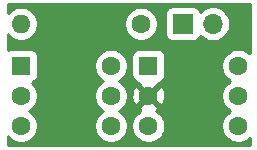
<source format=gbr>
%TF.GenerationSoftware,KiCad,Pcbnew,(5.1.6)-1*%
%TF.CreationDate,2021-08-30T08:33:36-07:00*%
%TF.ProjectId,4N25 Adapter,344e3235-2041-4646-9170-7465722e6b69,rev?*%
%TF.SameCoordinates,Original*%
%TF.FileFunction,Copper,L2,Bot*%
%TF.FilePolarity,Positive*%
%FSLAX46Y46*%
G04 Gerber Fmt 4.6, Leading zero omitted, Abs format (unit mm)*
G04 Created by KiCad (PCBNEW (5.1.6)-1) date 2021-08-30 08:33:36*
%MOMM*%
%LPD*%
G01*
G04 APERTURE LIST*
%TA.AperFunction,ComponentPad*%
%ADD10C,1.600000*%
%TD*%
%TA.AperFunction,ComponentPad*%
%ADD11R,1.600000X1.600000*%
%TD*%
%TA.AperFunction,ComponentPad*%
%ADD12O,1.600000X1.600000*%
%TD*%
%TA.AperFunction,ComponentPad*%
%ADD13O,1.700000X1.700000*%
%TD*%
%TA.AperFunction,ComponentPad*%
%ADD14R,1.700000X1.700000*%
%TD*%
%TA.AperFunction,ViaPad*%
%ADD15C,0.800000*%
%TD*%
%TA.AperFunction,Conductor*%
%ADD16C,0.254000*%
%TD*%
G04 APERTURE END LIST*
D10*
%TO.P,U1,6*%
%TO.N,Net-(U1-Pad6)*%
X113030000Y-90170000D03*
%TO.P,U1,5*%
%TO.N,Net-(J1-Pad5)*%
X113030000Y-92710000D03*
%TO.P,U1,4*%
%TO.N,Net-(J1-Pad4)*%
X113030000Y-95250000D03*
%TO.P,U1,3*%
%TO.N,Net-(U1-Pad3)*%
X105410000Y-95250000D03*
%TO.P,U1,2*%
%TO.N,Net-(J1-Pad1)*%
X105410000Y-92710000D03*
D11*
%TO.P,U1,1*%
%TO.N,Net-(R1-Pad2)*%
X105410000Y-90170000D03*
%TD*%
D12*
%TO.P,R1,2*%
%TO.N,Net-(R1-Pad2)*%
X105410000Y-86614000D03*
D10*
%TO.P,R1,1*%
%TO.N,Net-(J2-Pad1)*%
X115570000Y-86614000D03*
%TD*%
D13*
%TO.P,J2,2*%
%TO.N,Net-(J2-Pad1)*%
X121666000Y-86614000D03*
D14*
%TO.P,J2,1*%
X119126000Y-86614000D03*
%TD*%
D10*
%TO.P,J1,6*%
%TO.N,Net-(J1-Pad6)*%
X123825000Y-90170000D03*
%TO.P,J1,5*%
%TO.N,Net-(J1-Pad5)*%
X123825000Y-92710000D03*
%TO.P,J1,4*%
%TO.N,Net-(J1-Pad4)*%
X123825000Y-95250000D03*
%TO.P,J1,3*%
%TO.N,Net-(J1-Pad3)*%
X116205000Y-95250000D03*
%TO.P,J1,2*%
%TO.N,GND*%
X116205000Y-92710000D03*
D11*
%TO.P,J1,1*%
%TO.N,Net-(J1-Pad1)*%
X116205000Y-90170000D03*
%TD*%
D15*
%TO.N,GND*%
X120396000Y-88900000D03*
X106934000Y-94234000D03*
X124206000Y-85344000D03*
X114554000Y-96520000D03*
X106680000Y-85344000D03*
X118364000Y-92710000D03*
%TD*%
D16*
%TO.N,GND*%
G36*
X124816000Y-89131604D02*
G01*
X124739759Y-89055363D01*
X124504727Y-88898320D01*
X124243574Y-88790147D01*
X123966335Y-88735000D01*
X123683665Y-88735000D01*
X123406426Y-88790147D01*
X123145273Y-88898320D01*
X122910241Y-89055363D01*
X122710363Y-89255241D01*
X122553320Y-89490273D01*
X122445147Y-89751426D01*
X122390000Y-90028665D01*
X122390000Y-90311335D01*
X122445147Y-90588574D01*
X122553320Y-90849727D01*
X122710363Y-91084759D01*
X122910241Y-91284637D01*
X123142759Y-91440000D01*
X122910241Y-91595363D01*
X122710363Y-91795241D01*
X122553320Y-92030273D01*
X122445147Y-92291426D01*
X122390000Y-92568665D01*
X122390000Y-92851335D01*
X122445147Y-93128574D01*
X122553320Y-93389727D01*
X122710363Y-93624759D01*
X122910241Y-93824637D01*
X123142759Y-93980000D01*
X122910241Y-94135363D01*
X122710363Y-94335241D01*
X122553320Y-94570273D01*
X122445147Y-94831426D01*
X122390000Y-95108665D01*
X122390000Y-95391335D01*
X122445147Y-95668574D01*
X122553320Y-95929727D01*
X122710363Y-96164759D01*
X122910241Y-96364637D01*
X123145273Y-96521680D01*
X123406426Y-96629853D01*
X123683665Y-96685000D01*
X123966335Y-96685000D01*
X124243574Y-96629853D01*
X124504727Y-96521680D01*
X124739759Y-96364637D01*
X124816001Y-96288395D01*
X124816001Y-96876000D01*
X104292000Y-96876000D01*
X104292000Y-96159726D01*
X104295363Y-96164759D01*
X104495241Y-96364637D01*
X104730273Y-96521680D01*
X104991426Y-96629853D01*
X105268665Y-96685000D01*
X105551335Y-96685000D01*
X105828574Y-96629853D01*
X106089727Y-96521680D01*
X106324759Y-96364637D01*
X106524637Y-96164759D01*
X106681680Y-95929727D01*
X106789853Y-95668574D01*
X106845000Y-95391335D01*
X106845000Y-95108665D01*
X106789853Y-94831426D01*
X106681680Y-94570273D01*
X106524637Y-94335241D01*
X106324759Y-94135363D01*
X106092241Y-93980000D01*
X106324759Y-93824637D01*
X106524637Y-93624759D01*
X106681680Y-93389727D01*
X106789853Y-93128574D01*
X106845000Y-92851335D01*
X106845000Y-92568665D01*
X106789853Y-92291426D01*
X106681680Y-92030273D01*
X106524637Y-91795241D01*
X106326039Y-91596643D01*
X106334482Y-91595812D01*
X106454180Y-91559502D01*
X106564494Y-91500537D01*
X106661185Y-91421185D01*
X106740537Y-91324494D01*
X106799502Y-91214180D01*
X106835812Y-91094482D01*
X106848072Y-90970000D01*
X106848072Y-90028665D01*
X111595000Y-90028665D01*
X111595000Y-90311335D01*
X111650147Y-90588574D01*
X111758320Y-90849727D01*
X111915363Y-91084759D01*
X112115241Y-91284637D01*
X112347759Y-91440000D01*
X112115241Y-91595363D01*
X111915363Y-91795241D01*
X111758320Y-92030273D01*
X111650147Y-92291426D01*
X111595000Y-92568665D01*
X111595000Y-92851335D01*
X111650147Y-93128574D01*
X111758320Y-93389727D01*
X111915363Y-93624759D01*
X112115241Y-93824637D01*
X112347759Y-93980000D01*
X112115241Y-94135363D01*
X111915363Y-94335241D01*
X111758320Y-94570273D01*
X111650147Y-94831426D01*
X111595000Y-95108665D01*
X111595000Y-95391335D01*
X111650147Y-95668574D01*
X111758320Y-95929727D01*
X111915363Y-96164759D01*
X112115241Y-96364637D01*
X112350273Y-96521680D01*
X112611426Y-96629853D01*
X112888665Y-96685000D01*
X113171335Y-96685000D01*
X113448574Y-96629853D01*
X113709727Y-96521680D01*
X113944759Y-96364637D01*
X114144637Y-96164759D01*
X114301680Y-95929727D01*
X114409853Y-95668574D01*
X114465000Y-95391335D01*
X114465000Y-95108665D01*
X114770000Y-95108665D01*
X114770000Y-95391335D01*
X114825147Y-95668574D01*
X114933320Y-95929727D01*
X115090363Y-96164759D01*
X115290241Y-96364637D01*
X115525273Y-96521680D01*
X115786426Y-96629853D01*
X116063665Y-96685000D01*
X116346335Y-96685000D01*
X116623574Y-96629853D01*
X116884727Y-96521680D01*
X117119759Y-96364637D01*
X117319637Y-96164759D01*
X117476680Y-95929727D01*
X117584853Y-95668574D01*
X117640000Y-95391335D01*
X117640000Y-95108665D01*
X117584853Y-94831426D01*
X117476680Y-94570273D01*
X117319637Y-94335241D01*
X117119759Y-94135363D01*
X116885872Y-93979085D01*
X116946514Y-93946671D01*
X117018097Y-93702702D01*
X116205000Y-92889605D01*
X115391903Y-93702702D01*
X115463486Y-93946671D01*
X115527992Y-93977194D01*
X115525273Y-93978320D01*
X115290241Y-94135363D01*
X115090363Y-94335241D01*
X114933320Y-94570273D01*
X114825147Y-94831426D01*
X114770000Y-95108665D01*
X114465000Y-95108665D01*
X114409853Y-94831426D01*
X114301680Y-94570273D01*
X114144637Y-94335241D01*
X113944759Y-94135363D01*
X113712241Y-93980000D01*
X113944759Y-93824637D01*
X114144637Y-93624759D01*
X114301680Y-93389727D01*
X114409853Y-93128574D01*
X114465000Y-92851335D01*
X114465000Y-92780512D01*
X114764783Y-92780512D01*
X114806213Y-93060130D01*
X114901397Y-93326292D01*
X114968329Y-93451514D01*
X115212298Y-93523097D01*
X116025395Y-92710000D01*
X116384605Y-92710000D01*
X117197702Y-93523097D01*
X117441671Y-93451514D01*
X117562571Y-93196004D01*
X117631300Y-92921816D01*
X117645217Y-92639488D01*
X117603787Y-92359870D01*
X117508603Y-92093708D01*
X117441671Y-91968486D01*
X117197702Y-91896903D01*
X116384605Y-92710000D01*
X116025395Y-92710000D01*
X115212298Y-91896903D01*
X114968329Y-91968486D01*
X114847429Y-92223996D01*
X114778700Y-92498184D01*
X114764783Y-92780512D01*
X114465000Y-92780512D01*
X114465000Y-92568665D01*
X114409853Y-92291426D01*
X114301680Y-92030273D01*
X114144637Y-91795241D01*
X113944759Y-91595363D01*
X113712241Y-91440000D01*
X113944759Y-91284637D01*
X114144637Y-91084759D01*
X114301680Y-90849727D01*
X114409853Y-90588574D01*
X114465000Y-90311335D01*
X114465000Y-90028665D01*
X114409853Y-89751426D01*
X114301680Y-89490273D01*
X114221317Y-89370000D01*
X114766928Y-89370000D01*
X114766928Y-90970000D01*
X114779188Y-91094482D01*
X114815498Y-91214180D01*
X114874463Y-91324494D01*
X114953815Y-91421185D01*
X115050506Y-91500537D01*
X115160820Y-91559502D01*
X115280518Y-91595812D01*
X115405000Y-91608072D01*
X115423951Y-91608072D01*
X115391903Y-91717298D01*
X116205000Y-92530395D01*
X117018097Y-91717298D01*
X116986049Y-91608072D01*
X117005000Y-91608072D01*
X117129482Y-91595812D01*
X117249180Y-91559502D01*
X117359494Y-91500537D01*
X117456185Y-91421185D01*
X117535537Y-91324494D01*
X117594502Y-91214180D01*
X117630812Y-91094482D01*
X117643072Y-90970000D01*
X117643072Y-89370000D01*
X117630812Y-89245518D01*
X117594502Y-89125820D01*
X117535537Y-89015506D01*
X117456185Y-88918815D01*
X117359494Y-88839463D01*
X117249180Y-88780498D01*
X117129482Y-88744188D01*
X117005000Y-88731928D01*
X115405000Y-88731928D01*
X115280518Y-88744188D01*
X115160820Y-88780498D01*
X115050506Y-88839463D01*
X114953815Y-88918815D01*
X114874463Y-89015506D01*
X114815498Y-89125820D01*
X114779188Y-89245518D01*
X114766928Y-89370000D01*
X114221317Y-89370000D01*
X114144637Y-89255241D01*
X113944759Y-89055363D01*
X113709727Y-88898320D01*
X113448574Y-88790147D01*
X113171335Y-88735000D01*
X112888665Y-88735000D01*
X112611426Y-88790147D01*
X112350273Y-88898320D01*
X112115241Y-89055363D01*
X111915363Y-89255241D01*
X111758320Y-89490273D01*
X111650147Y-89751426D01*
X111595000Y-90028665D01*
X106848072Y-90028665D01*
X106848072Y-89370000D01*
X106835812Y-89245518D01*
X106799502Y-89125820D01*
X106740537Y-89015506D01*
X106661185Y-88918815D01*
X106564494Y-88839463D01*
X106454180Y-88780498D01*
X106334482Y-88744188D01*
X106210000Y-88731928D01*
X104610000Y-88731928D01*
X104485518Y-88744188D01*
X104365820Y-88780498D01*
X104292000Y-88819956D01*
X104292000Y-87523726D01*
X104295363Y-87528759D01*
X104495241Y-87728637D01*
X104730273Y-87885680D01*
X104991426Y-87993853D01*
X105268665Y-88049000D01*
X105551335Y-88049000D01*
X105828574Y-87993853D01*
X106089727Y-87885680D01*
X106324759Y-87728637D01*
X106524637Y-87528759D01*
X106681680Y-87293727D01*
X106789853Y-87032574D01*
X106845000Y-86755335D01*
X106845000Y-86472665D01*
X114135000Y-86472665D01*
X114135000Y-86755335D01*
X114190147Y-87032574D01*
X114298320Y-87293727D01*
X114455363Y-87528759D01*
X114655241Y-87728637D01*
X114890273Y-87885680D01*
X115151426Y-87993853D01*
X115428665Y-88049000D01*
X115711335Y-88049000D01*
X115988574Y-87993853D01*
X116249727Y-87885680D01*
X116484759Y-87728637D01*
X116684637Y-87528759D01*
X116841680Y-87293727D01*
X116949853Y-87032574D01*
X117005000Y-86755335D01*
X117005000Y-86472665D01*
X116949853Y-86195426D01*
X116841680Y-85934273D01*
X116727908Y-85764000D01*
X117637928Y-85764000D01*
X117637928Y-87464000D01*
X117650188Y-87588482D01*
X117686498Y-87708180D01*
X117745463Y-87818494D01*
X117824815Y-87915185D01*
X117921506Y-87994537D01*
X118031820Y-88053502D01*
X118151518Y-88089812D01*
X118276000Y-88102072D01*
X119976000Y-88102072D01*
X120100482Y-88089812D01*
X120220180Y-88053502D01*
X120330494Y-87994537D01*
X120427185Y-87915185D01*
X120506537Y-87818494D01*
X120565502Y-87708180D01*
X120587513Y-87635620D01*
X120719368Y-87767475D01*
X120962589Y-87929990D01*
X121232842Y-88041932D01*
X121519740Y-88099000D01*
X121812260Y-88099000D01*
X122099158Y-88041932D01*
X122369411Y-87929990D01*
X122612632Y-87767475D01*
X122819475Y-87560632D01*
X122981990Y-87317411D01*
X123093932Y-87047158D01*
X123151000Y-86760260D01*
X123151000Y-86467740D01*
X123093932Y-86180842D01*
X122981990Y-85910589D01*
X122819475Y-85667368D01*
X122612632Y-85460525D01*
X122369411Y-85298010D01*
X122099158Y-85186068D01*
X121812260Y-85129000D01*
X121519740Y-85129000D01*
X121232842Y-85186068D01*
X120962589Y-85298010D01*
X120719368Y-85460525D01*
X120587513Y-85592380D01*
X120565502Y-85519820D01*
X120506537Y-85409506D01*
X120427185Y-85312815D01*
X120330494Y-85233463D01*
X120220180Y-85174498D01*
X120100482Y-85138188D01*
X119976000Y-85125928D01*
X118276000Y-85125928D01*
X118151518Y-85138188D01*
X118031820Y-85174498D01*
X117921506Y-85233463D01*
X117824815Y-85312815D01*
X117745463Y-85409506D01*
X117686498Y-85519820D01*
X117650188Y-85639518D01*
X117637928Y-85764000D01*
X116727908Y-85764000D01*
X116684637Y-85699241D01*
X116484759Y-85499363D01*
X116249727Y-85342320D01*
X115988574Y-85234147D01*
X115711335Y-85179000D01*
X115428665Y-85179000D01*
X115151426Y-85234147D01*
X114890273Y-85342320D01*
X114655241Y-85499363D01*
X114455363Y-85699241D01*
X114298320Y-85934273D01*
X114190147Y-86195426D01*
X114135000Y-86472665D01*
X106845000Y-86472665D01*
X106789853Y-86195426D01*
X106681680Y-85934273D01*
X106524637Y-85699241D01*
X106324759Y-85499363D01*
X106089727Y-85342320D01*
X105828574Y-85234147D01*
X105551335Y-85179000D01*
X105268665Y-85179000D01*
X104991426Y-85234147D01*
X104730273Y-85342320D01*
X104495241Y-85499363D01*
X104295363Y-85699241D01*
X104292000Y-85704274D01*
X104292000Y-84988000D01*
X124816000Y-84988000D01*
X124816000Y-89131604D01*
G37*
X124816000Y-89131604D02*
X124739759Y-89055363D01*
X124504727Y-88898320D01*
X124243574Y-88790147D01*
X123966335Y-88735000D01*
X123683665Y-88735000D01*
X123406426Y-88790147D01*
X123145273Y-88898320D01*
X122910241Y-89055363D01*
X122710363Y-89255241D01*
X122553320Y-89490273D01*
X122445147Y-89751426D01*
X122390000Y-90028665D01*
X122390000Y-90311335D01*
X122445147Y-90588574D01*
X122553320Y-90849727D01*
X122710363Y-91084759D01*
X122910241Y-91284637D01*
X123142759Y-91440000D01*
X122910241Y-91595363D01*
X122710363Y-91795241D01*
X122553320Y-92030273D01*
X122445147Y-92291426D01*
X122390000Y-92568665D01*
X122390000Y-92851335D01*
X122445147Y-93128574D01*
X122553320Y-93389727D01*
X122710363Y-93624759D01*
X122910241Y-93824637D01*
X123142759Y-93980000D01*
X122910241Y-94135363D01*
X122710363Y-94335241D01*
X122553320Y-94570273D01*
X122445147Y-94831426D01*
X122390000Y-95108665D01*
X122390000Y-95391335D01*
X122445147Y-95668574D01*
X122553320Y-95929727D01*
X122710363Y-96164759D01*
X122910241Y-96364637D01*
X123145273Y-96521680D01*
X123406426Y-96629853D01*
X123683665Y-96685000D01*
X123966335Y-96685000D01*
X124243574Y-96629853D01*
X124504727Y-96521680D01*
X124739759Y-96364637D01*
X124816001Y-96288395D01*
X124816001Y-96876000D01*
X104292000Y-96876000D01*
X104292000Y-96159726D01*
X104295363Y-96164759D01*
X104495241Y-96364637D01*
X104730273Y-96521680D01*
X104991426Y-96629853D01*
X105268665Y-96685000D01*
X105551335Y-96685000D01*
X105828574Y-96629853D01*
X106089727Y-96521680D01*
X106324759Y-96364637D01*
X106524637Y-96164759D01*
X106681680Y-95929727D01*
X106789853Y-95668574D01*
X106845000Y-95391335D01*
X106845000Y-95108665D01*
X106789853Y-94831426D01*
X106681680Y-94570273D01*
X106524637Y-94335241D01*
X106324759Y-94135363D01*
X106092241Y-93980000D01*
X106324759Y-93824637D01*
X106524637Y-93624759D01*
X106681680Y-93389727D01*
X106789853Y-93128574D01*
X106845000Y-92851335D01*
X106845000Y-92568665D01*
X106789853Y-92291426D01*
X106681680Y-92030273D01*
X106524637Y-91795241D01*
X106326039Y-91596643D01*
X106334482Y-91595812D01*
X106454180Y-91559502D01*
X106564494Y-91500537D01*
X106661185Y-91421185D01*
X106740537Y-91324494D01*
X106799502Y-91214180D01*
X106835812Y-91094482D01*
X106848072Y-90970000D01*
X106848072Y-90028665D01*
X111595000Y-90028665D01*
X111595000Y-90311335D01*
X111650147Y-90588574D01*
X111758320Y-90849727D01*
X111915363Y-91084759D01*
X112115241Y-91284637D01*
X112347759Y-91440000D01*
X112115241Y-91595363D01*
X111915363Y-91795241D01*
X111758320Y-92030273D01*
X111650147Y-92291426D01*
X111595000Y-92568665D01*
X111595000Y-92851335D01*
X111650147Y-93128574D01*
X111758320Y-93389727D01*
X111915363Y-93624759D01*
X112115241Y-93824637D01*
X112347759Y-93980000D01*
X112115241Y-94135363D01*
X111915363Y-94335241D01*
X111758320Y-94570273D01*
X111650147Y-94831426D01*
X111595000Y-95108665D01*
X111595000Y-95391335D01*
X111650147Y-95668574D01*
X111758320Y-95929727D01*
X111915363Y-96164759D01*
X112115241Y-96364637D01*
X112350273Y-96521680D01*
X112611426Y-96629853D01*
X112888665Y-96685000D01*
X113171335Y-96685000D01*
X113448574Y-96629853D01*
X113709727Y-96521680D01*
X113944759Y-96364637D01*
X114144637Y-96164759D01*
X114301680Y-95929727D01*
X114409853Y-95668574D01*
X114465000Y-95391335D01*
X114465000Y-95108665D01*
X114770000Y-95108665D01*
X114770000Y-95391335D01*
X114825147Y-95668574D01*
X114933320Y-95929727D01*
X115090363Y-96164759D01*
X115290241Y-96364637D01*
X115525273Y-96521680D01*
X115786426Y-96629853D01*
X116063665Y-96685000D01*
X116346335Y-96685000D01*
X116623574Y-96629853D01*
X116884727Y-96521680D01*
X117119759Y-96364637D01*
X117319637Y-96164759D01*
X117476680Y-95929727D01*
X117584853Y-95668574D01*
X117640000Y-95391335D01*
X117640000Y-95108665D01*
X117584853Y-94831426D01*
X117476680Y-94570273D01*
X117319637Y-94335241D01*
X117119759Y-94135363D01*
X116885872Y-93979085D01*
X116946514Y-93946671D01*
X117018097Y-93702702D01*
X116205000Y-92889605D01*
X115391903Y-93702702D01*
X115463486Y-93946671D01*
X115527992Y-93977194D01*
X115525273Y-93978320D01*
X115290241Y-94135363D01*
X115090363Y-94335241D01*
X114933320Y-94570273D01*
X114825147Y-94831426D01*
X114770000Y-95108665D01*
X114465000Y-95108665D01*
X114409853Y-94831426D01*
X114301680Y-94570273D01*
X114144637Y-94335241D01*
X113944759Y-94135363D01*
X113712241Y-93980000D01*
X113944759Y-93824637D01*
X114144637Y-93624759D01*
X114301680Y-93389727D01*
X114409853Y-93128574D01*
X114465000Y-92851335D01*
X114465000Y-92780512D01*
X114764783Y-92780512D01*
X114806213Y-93060130D01*
X114901397Y-93326292D01*
X114968329Y-93451514D01*
X115212298Y-93523097D01*
X116025395Y-92710000D01*
X116384605Y-92710000D01*
X117197702Y-93523097D01*
X117441671Y-93451514D01*
X117562571Y-93196004D01*
X117631300Y-92921816D01*
X117645217Y-92639488D01*
X117603787Y-92359870D01*
X117508603Y-92093708D01*
X117441671Y-91968486D01*
X117197702Y-91896903D01*
X116384605Y-92710000D01*
X116025395Y-92710000D01*
X115212298Y-91896903D01*
X114968329Y-91968486D01*
X114847429Y-92223996D01*
X114778700Y-92498184D01*
X114764783Y-92780512D01*
X114465000Y-92780512D01*
X114465000Y-92568665D01*
X114409853Y-92291426D01*
X114301680Y-92030273D01*
X114144637Y-91795241D01*
X113944759Y-91595363D01*
X113712241Y-91440000D01*
X113944759Y-91284637D01*
X114144637Y-91084759D01*
X114301680Y-90849727D01*
X114409853Y-90588574D01*
X114465000Y-90311335D01*
X114465000Y-90028665D01*
X114409853Y-89751426D01*
X114301680Y-89490273D01*
X114221317Y-89370000D01*
X114766928Y-89370000D01*
X114766928Y-90970000D01*
X114779188Y-91094482D01*
X114815498Y-91214180D01*
X114874463Y-91324494D01*
X114953815Y-91421185D01*
X115050506Y-91500537D01*
X115160820Y-91559502D01*
X115280518Y-91595812D01*
X115405000Y-91608072D01*
X115423951Y-91608072D01*
X115391903Y-91717298D01*
X116205000Y-92530395D01*
X117018097Y-91717298D01*
X116986049Y-91608072D01*
X117005000Y-91608072D01*
X117129482Y-91595812D01*
X117249180Y-91559502D01*
X117359494Y-91500537D01*
X117456185Y-91421185D01*
X117535537Y-91324494D01*
X117594502Y-91214180D01*
X117630812Y-91094482D01*
X117643072Y-90970000D01*
X117643072Y-89370000D01*
X117630812Y-89245518D01*
X117594502Y-89125820D01*
X117535537Y-89015506D01*
X117456185Y-88918815D01*
X117359494Y-88839463D01*
X117249180Y-88780498D01*
X117129482Y-88744188D01*
X117005000Y-88731928D01*
X115405000Y-88731928D01*
X115280518Y-88744188D01*
X115160820Y-88780498D01*
X115050506Y-88839463D01*
X114953815Y-88918815D01*
X114874463Y-89015506D01*
X114815498Y-89125820D01*
X114779188Y-89245518D01*
X114766928Y-89370000D01*
X114221317Y-89370000D01*
X114144637Y-89255241D01*
X113944759Y-89055363D01*
X113709727Y-88898320D01*
X113448574Y-88790147D01*
X113171335Y-88735000D01*
X112888665Y-88735000D01*
X112611426Y-88790147D01*
X112350273Y-88898320D01*
X112115241Y-89055363D01*
X111915363Y-89255241D01*
X111758320Y-89490273D01*
X111650147Y-89751426D01*
X111595000Y-90028665D01*
X106848072Y-90028665D01*
X106848072Y-89370000D01*
X106835812Y-89245518D01*
X106799502Y-89125820D01*
X106740537Y-89015506D01*
X106661185Y-88918815D01*
X106564494Y-88839463D01*
X106454180Y-88780498D01*
X106334482Y-88744188D01*
X106210000Y-88731928D01*
X104610000Y-88731928D01*
X104485518Y-88744188D01*
X104365820Y-88780498D01*
X104292000Y-88819956D01*
X104292000Y-87523726D01*
X104295363Y-87528759D01*
X104495241Y-87728637D01*
X104730273Y-87885680D01*
X104991426Y-87993853D01*
X105268665Y-88049000D01*
X105551335Y-88049000D01*
X105828574Y-87993853D01*
X106089727Y-87885680D01*
X106324759Y-87728637D01*
X106524637Y-87528759D01*
X106681680Y-87293727D01*
X106789853Y-87032574D01*
X106845000Y-86755335D01*
X106845000Y-86472665D01*
X114135000Y-86472665D01*
X114135000Y-86755335D01*
X114190147Y-87032574D01*
X114298320Y-87293727D01*
X114455363Y-87528759D01*
X114655241Y-87728637D01*
X114890273Y-87885680D01*
X115151426Y-87993853D01*
X115428665Y-88049000D01*
X115711335Y-88049000D01*
X115988574Y-87993853D01*
X116249727Y-87885680D01*
X116484759Y-87728637D01*
X116684637Y-87528759D01*
X116841680Y-87293727D01*
X116949853Y-87032574D01*
X117005000Y-86755335D01*
X117005000Y-86472665D01*
X116949853Y-86195426D01*
X116841680Y-85934273D01*
X116727908Y-85764000D01*
X117637928Y-85764000D01*
X117637928Y-87464000D01*
X117650188Y-87588482D01*
X117686498Y-87708180D01*
X117745463Y-87818494D01*
X117824815Y-87915185D01*
X117921506Y-87994537D01*
X118031820Y-88053502D01*
X118151518Y-88089812D01*
X118276000Y-88102072D01*
X119976000Y-88102072D01*
X120100482Y-88089812D01*
X120220180Y-88053502D01*
X120330494Y-87994537D01*
X120427185Y-87915185D01*
X120506537Y-87818494D01*
X120565502Y-87708180D01*
X120587513Y-87635620D01*
X120719368Y-87767475D01*
X120962589Y-87929990D01*
X121232842Y-88041932D01*
X121519740Y-88099000D01*
X121812260Y-88099000D01*
X122099158Y-88041932D01*
X122369411Y-87929990D01*
X122612632Y-87767475D01*
X122819475Y-87560632D01*
X122981990Y-87317411D01*
X123093932Y-87047158D01*
X123151000Y-86760260D01*
X123151000Y-86467740D01*
X123093932Y-86180842D01*
X122981990Y-85910589D01*
X122819475Y-85667368D01*
X122612632Y-85460525D01*
X122369411Y-85298010D01*
X122099158Y-85186068D01*
X121812260Y-85129000D01*
X121519740Y-85129000D01*
X121232842Y-85186068D01*
X120962589Y-85298010D01*
X120719368Y-85460525D01*
X120587513Y-85592380D01*
X120565502Y-85519820D01*
X120506537Y-85409506D01*
X120427185Y-85312815D01*
X120330494Y-85233463D01*
X120220180Y-85174498D01*
X120100482Y-85138188D01*
X119976000Y-85125928D01*
X118276000Y-85125928D01*
X118151518Y-85138188D01*
X118031820Y-85174498D01*
X117921506Y-85233463D01*
X117824815Y-85312815D01*
X117745463Y-85409506D01*
X117686498Y-85519820D01*
X117650188Y-85639518D01*
X117637928Y-85764000D01*
X116727908Y-85764000D01*
X116684637Y-85699241D01*
X116484759Y-85499363D01*
X116249727Y-85342320D01*
X115988574Y-85234147D01*
X115711335Y-85179000D01*
X115428665Y-85179000D01*
X115151426Y-85234147D01*
X114890273Y-85342320D01*
X114655241Y-85499363D01*
X114455363Y-85699241D01*
X114298320Y-85934273D01*
X114190147Y-86195426D01*
X114135000Y-86472665D01*
X106845000Y-86472665D01*
X106789853Y-86195426D01*
X106681680Y-85934273D01*
X106524637Y-85699241D01*
X106324759Y-85499363D01*
X106089727Y-85342320D01*
X105828574Y-85234147D01*
X105551335Y-85179000D01*
X105268665Y-85179000D01*
X104991426Y-85234147D01*
X104730273Y-85342320D01*
X104495241Y-85499363D01*
X104295363Y-85699241D01*
X104292000Y-85704274D01*
X104292000Y-84988000D01*
X124816000Y-84988000D01*
X124816000Y-89131604D01*
%TD*%
M02*

</source>
